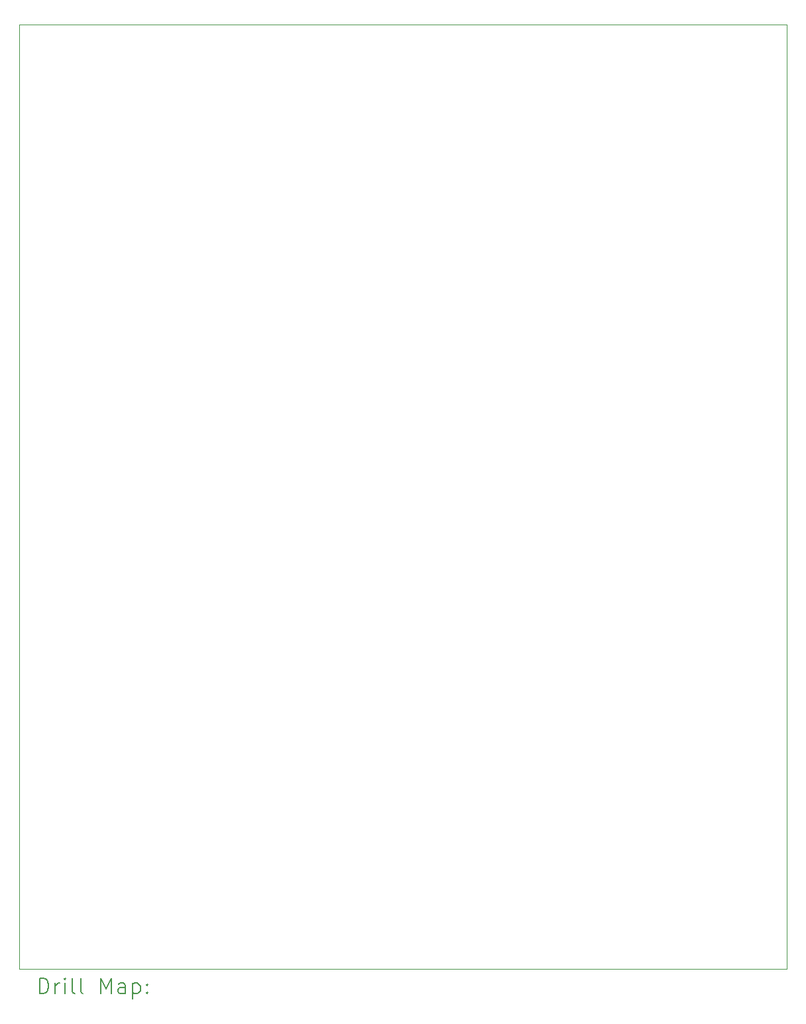
<source format=gbr>
%TF.GenerationSoftware,KiCad,Pcbnew,9.0.7*%
%TF.CreationDate,2026-02-21T19:23:07+01:00*%
%TF.ProjectId,DMH_VCLFO_v2_PCB_Controls,444d485f-5643-44c4-964f-5f76325f5043,1*%
%TF.SameCoordinates,Original*%
%TF.FileFunction,Drillmap*%
%TF.FilePolarity,Positive*%
%FSLAX45Y45*%
G04 Gerber Fmt 4.5, Leading zero omitted, Abs format (unit mm)*
G04 Created by KiCad (PCBNEW 9.0.7) date 2026-02-21 19:23:07*
%MOMM*%
%LPD*%
G01*
G04 APERTURE LIST*
%ADD10C,0.050000*%
%ADD11C,0.200000*%
G04 APERTURE END LIST*
D10*
X5100000Y-4250000D02*
X14900000Y-4250000D01*
X14900000Y-16300000D01*
X5100000Y-16300000D01*
X5100000Y-4250000D01*
D11*
X5358277Y-16613984D02*
X5358277Y-16413984D01*
X5358277Y-16413984D02*
X5405896Y-16413984D01*
X5405896Y-16413984D02*
X5434467Y-16423508D01*
X5434467Y-16423508D02*
X5453515Y-16442555D01*
X5453515Y-16442555D02*
X5463039Y-16461603D01*
X5463039Y-16461603D02*
X5472563Y-16499698D01*
X5472563Y-16499698D02*
X5472563Y-16528269D01*
X5472563Y-16528269D02*
X5463039Y-16566365D01*
X5463039Y-16566365D02*
X5453515Y-16585412D01*
X5453515Y-16585412D02*
X5434467Y-16604460D01*
X5434467Y-16604460D02*
X5405896Y-16613984D01*
X5405896Y-16613984D02*
X5358277Y-16613984D01*
X5558277Y-16613984D02*
X5558277Y-16480650D01*
X5558277Y-16518746D02*
X5567801Y-16499698D01*
X5567801Y-16499698D02*
X5577324Y-16490174D01*
X5577324Y-16490174D02*
X5596372Y-16480650D01*
X5596372Y-16480650D02*
X5615420Y-16480650D01*
X5682086Y-16613984D02*
X5682086Y-16480650D01*
X5682086Y-16413984D02*
X5672562Y-16423508D01*
X5672562Y-16423508D02*
X5682086Y-16433031D01*
X5682086Y-16433031D02*
X5691610Y-16423508D01*
X5691610Y-16423508D02*
X5682086Y-16413984D01*
X5682086Y-16413984D02*
X5682086Y-16433031D01*
X5805896Y-16613984D02*
X5786848Y-16604460D01*
X5786848Y-16604460D02*
X5777324Y-16585412D01*
X5777324Y-16585412D02*
X5777324Y-16413984D01*
X5910658Y-16613984D02*
X5891610Y-16604460D01*
X5891610Y-16604460D02*
X5882086Y-16585412D01*
X5882086Y-16585412D02*
X5882086Y-16413984D01*
X6139229Y-16613984D02*
X6139229Y-16413984D01*
X6139229Y-16413984D02*
X6205896Y-16556841D01*
X6205896Y-16556841D02*
X6272562Y-16413984D01*
X6272562Y-16413984D02*
X6272562Y-16613984D01*
X6453515Y-16613984D02*
X6453515Y-16509222D01*
X6453515Y-16509222D02*
X6443991Y-16490174D01*
X6443991Y-16490174D02*
X6424943Y-16480650D01*
X6424943Y-16480650D02*
X6386848Y-16480650D01*
X6386848Y-16480650D02*
X6367801Y-16490174D01*
X6453515Y-16604460D02*
X6434467Y-16613984D01*
X6434467Y-16613984D02*
X6386848Y-16613984D01*
X6386848Y-16613984D02*
X6367801Y-16604460D01*
X6367801Y-16604460D02*
X6358277Y-16585412D01*
X6358277Y-16585412D02*
X6358277Y-16566365D01*
X6358277Y-16566365D02*
X6367801Y-16547317D01*
X6367801Y-16547317D02*
X6386848Y-16537793D01*
X6386848Y-16537793D02*
X6434467Y-16537793D01*
X6434467Y-16537793D02*
X6453515Y-16528269D01*
X6548753Y-16480650D02*
X6548753Y-16680650D01*
X6548753Y-16490174D02*
X6567801Y-16480650D01*
X6567801Y-16480650D02*
X6605896Y-16480650D01*
X6605896Y-16480650D02*
X6624943Y-16490174D01*
X6624943Y-16490174D02*
X6634467Y-16499698D01*
X6634467Y-16499698D02*
X6643991Y-16518746D01*
X6643991Y-16518746D02*
X6643991Y-16575888D01*
X6643991Y-16575888D02*
X6634467Y-16594936D01*
X6634467Y-16594936D02*
X6624943Y-16604460D01*
X6624943Y-16604460D02*
X6605896Y-16613984D01*
X6605896Y-16613984D02*
X6567801Y-16613984D01*
X6567801Y-16613984D02*
X6548753Y-16604460D01*
X6729705Y-16594936D02*
X6739229Y-16604460D01*
X6739229Y-16604460D02*
X6729705Y-16613984D01*
X6729705Y-16613984D02*
X6720182Y-16604460D01*
X6720182Y-16604460D02*
X6729705Y-16594936D01*
X6729705Y-16594936D02*
X6729705Y-16613984D01*
X6729705Y-16490174D02*
X6739229Y-16499698D01*
X6739229Y-16499698D02*
X6729705Y-16509222D01*
X6729705Y-16509222D02*
X6720182Y-16499698D01*
X6720182Y-16499698D02*
X6729705Y-16490174D01*
X6729705Y-16490174D02*
X6729705Y-16509222D01*
M02*

</source>
